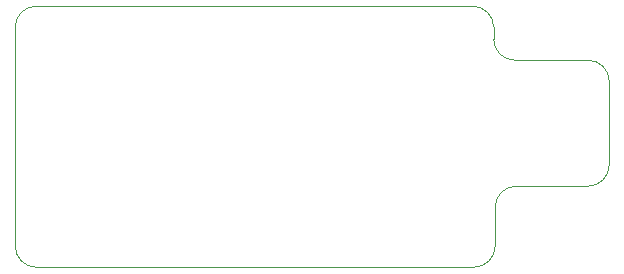
<source format=gbr>
%TF.GenerationSoftware,KiCad,Pcbnew,(5.1.10)-1*%
%TF.CreationDate,2022-11-03T02:13:26+01:00*%
%TF.ProjectId,can2usb,63616e32-7573-4622-9e6b-696361645f70,rev?*%
%TF.SameCoordinates,Original*%
%TF.FileFunction,Profile,NP*%
%FSLAX46Y46*%
G04 Gerber Fmt 4.6, Leading zero omitted, Abs format (unit mm)*
G04 Created by KiCad (PCBNEW (5.1.10)-1) date 2022-11-03 02:13:26*
%MOMM*%
%LPD*%
G01*
G04 APERTURE LIST*
%TA.AperFunction,Profile*%
%ADD10C,0.050000*%
%TD*%
G04 APERTURE END LIST*
D10*
X112014000Y-93218000D02*
X149098000Y-93218000D01*
X152654000Y-86360000D02*
X158750000Y-86360000D01*
X150876000Y-91440000D02*
X150876000Y-88138000D01*
X160528000Y-84582000D02*
X160528000Y-77470000D01*
X152527000Y-75692000D02*
X158750000Y-75692000D01*
X150749000Y-73914000D02*
X150749000Y-72898000D01*
X112014000Y-71120000D02*
X148971000Y-71120000D01*
X160528000Y-84582000D02*
G75*
G02*
X158750000Y-86360000I-1778000J0D01*
G01*
X158750000Y-75692000D02*
G75*
G02*
X160528000Y-77470000I0J-1778000D01*
G01*
X152527000Y-75692000D02*
G75*
G02*
X150749000Y-73914000I0J1778000D01*
G01*
X150876000Y-88138000D02*
G75*
G02*
X152654000Y-86360000I1778000J0D01*
G01*
X148971000Y-71120000D02*
G75*
G02*
X150749000Y-72898000I0J-1778000D01*
G01*
X110236000Y-91440000D02*
X110236000Y-72898000D01*
X110236000Y-72898000D02*
G75*
G02*
X112014000Y-71120000I1778000J0D01*
G01*
X150876000Y-91440000D02*
G75*
G02*
X149098000Y-93218000I-1778000J0D01*
G01*
X112014000Y-93218000D02*
G75*
G02*
X110236000Y-91440000I0J1778000D01*
G01*
M02*

</source>
